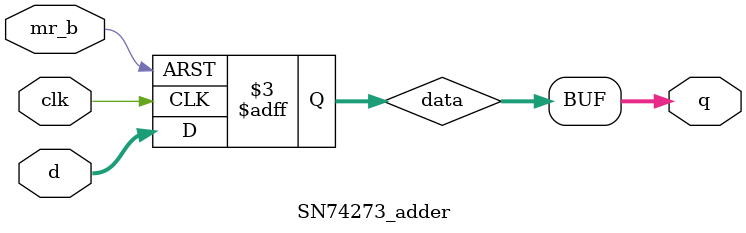
<source format=v>
module SN74273_adder(
   input [7:0] d,
   input mr_b,
   input clk,
   output [7:0] q
);

   reg [7:0] data;
   always@(posedge clk, negedge mr_b)
	begin
	   if(mr_b==1'b0)
		data <= 8'h00;
	   else
		data <= d;
	end

   assign q = data;

endmodule
</source>
